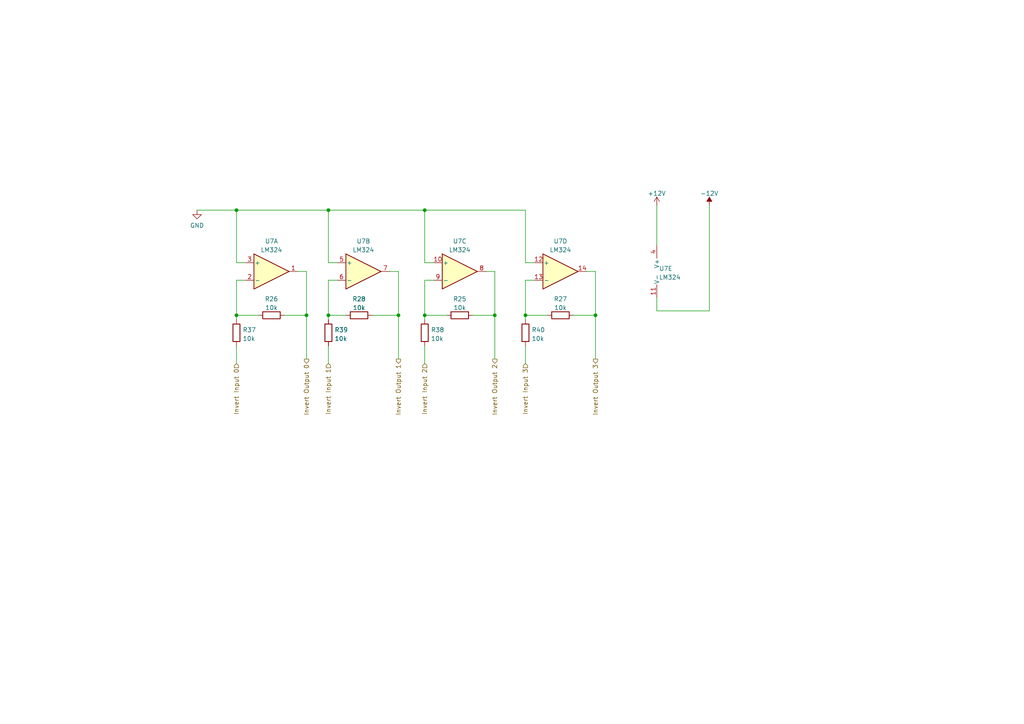
<source format=kicad_sch>
(kicad_sch (version 20230121) (generator eeschema)
  (paper "A4")
  (lib_symbols
    (symbol "Amplifier_Operational:LM324" (pin_names (offset 0.127))
      (property "Reference" "U" (at 0 5.08 0))
      (property "Value" "LM324" (at 0 -5.08 0))
      (symbol "LM324_1_1"
        (polyline (pts (xy -5.08 5.08) (xy 5.08 0) (xy -5.08 -5.08) (xy -5.08 5.08)) (stroke (width 0.254)) (fill (type background)))
        (pin output line (at 7.62 0 180) (length 2.54) (name "~") (number "1"))
        (pin input line (at -7.62 -2.54 0) (length 2.54) (name "-") (number "2"))
        (pin input line (at -7.62 2.54 0) (length 2.54) (name "+") (number "3"))
      )
      (symbol "LM324_2_1"
        (polyline (pts (xy -5.08 5.08) (xy 5.08 0) (xy -5.08 -5.08) (xy -5.08 5.08)) (stroke (width 0.254)) (fill (type background)))
        (pin input line (at -7.62 2.54 0) (length 2.54) (name "+") (number "5"))
        (pin input line (at -7.62 -2.54 0) (length 2.54) (name "-") (number "6"))
        (pin output line (at 7.62 0 180) (length 2.54) (name "~") (number "7"))
      )
      (symbol "LM324_3_1"
        (polyline (pts (xy -5.08 5.08) (xy 5.08 0) (xy -5.08 -5.08) (xy -5.08 5.08)) (stroke (width 0.254)) (fill (type background)))
        (pin input line (at -7.62 2.54 0) (length 2.54) (name "+") (number "10"))
        (pin output line (at 7.62 0 180) (length 2.54) (name "~") (number "8"))
        (pin input line (at -7.62 -2.54 0) (length 2.54) (name "-") (number "9"))
      )
      (symbol "LM324_4_1"
        (polyline (pts (xy -5.08 5.08) (xy 5.08 0) (xy -5.08 -5.08) (xy -5.08 5.08)) (stroke (width 0.254)) (fill (type background)))
        (pin input line (at -7.62 2.54 0) (length 2.54) (name "+") (number "12"))
        (pin input line (at -7.62 -2.54 0) (length 2.54) (name "-") (number "13"))
        (pin output line (at 7.62 0 180) (length 2.54) (name "~") (number "14"))
      )
      (symbol "LM324_5_1"
        (pin power_in line (at -2.54 -7.62 90) (length 3.81) (name "V-") (number "11"))
        (pin power_in line (at -2.54 7.62 270) (length 3.81) (name "V+") (number "4"))
      )
    )
    (symbol "Device:R" (pin_numbers hide) (pin_names (offset 0))
      (property "Reference" "R" (at 2.032 0 90))
      (property "Value" "R" (at 0 0 90))
      (symbol "R_0_1"
        (rectangle (start -1.016 -2.54) (end 1.016 2.54) (stroke (width 0.254)))
      )
      (symbol "R_1_1"
        (pin passive line (at 0 3.81 270) (length 1.27) (name "~") (number "1"))
        (pin passive line (at 0 -3.81 90) (length 1.27) (name "~") (number "2"))
      )
    )
    (symbol "power:+12V" (power) (pin_names (offset 0))
      (property "Value" "+12V" (at 0 3.556 0))
      (symbol "+12V_0_1"
        (polyline (pts (xy -0.762 1.27) (xy 0 2.54)))
        (polyline (pts (xy 0 0) (xy 0 2.54)))
        (polyline (pts (xy 0 2.54) (xy 0.762 1.27)))
      )
      (symbol "+12V_1_1"
        (pin power_in line (at 0 0 90) (length 0) hide (name "+12V") (number "1"))
      )
    )
    (symbol "power:-12V" (power) (pin_names (offset 0))
      (property "Value" "-12V" (at 0 3.81 0))
      (symbol "-12V_0_0"
        (pin power_in line (at 0 0 90) (length 0) hide (name "-12V") (number "1"))
      )
      (symbol "-12V_0_1"
        (polyline (pts (xy 0 0) (xy 0 1.27) (xy 0.762 1.27) (xy 0 2.54) (xy -0.762 1.27) (xy 0 1.27)) (fill (type outline)))
      )
    )
    (symbol "power:GND" (power) (pin_names (offset 0))
      (property "Value" "GND" (at 0 -3.81 0))
      (symbol "GND_0_1"
        (polyline (pts (xy 0 0) (xy 0 -1.27) (xy 1.27 -1.27) (xy 0 -2.54) (xy -1.27 -1.27) (xy 0 -1.27)))
      )
      (symbol "GND_1_1"
        (pin power_in line (at 0 0 270) (length 0) hide (name "GND") (number "1"))
      )
    )
  )
  (junction (at 123.19 91.44))
  (junction (at 68.58 91.44))
  (junction (at 68.58 60.96))
  (junction (at 172.72 91.44))
  (junction (at 95.25 60.96))
  (junction (at 143.51 91.44))
  (junction (at 123.19 60.96))
  (junction (at 115.57 91.44))
  (junction (at 88.9 91.44))
  (junction (at 95.25 91.44))
  (junction (at 152.4 91.44))
  (wire (pts (xy 152.4 91.44) (xy 152.4 92.71)))
  (wire (pts (xy 107.95 91.44) (xy 115.57 91.44)))
  (wire (pts (xy 190.5 86.36) (xy 190.5 90.17)))
  (wire (pts (xy 190.5 59.69) (xy 190.5 71.12)))
  (wire (pts (xy 137.16 91.44) (xy 143.51 91.44)))
  (wire (pts (xy 95.25 91.44) (xy 95.25 92.71)))
  (wire (pts (xy 166.37 91.44) (xy 172.72 91.44)))
  (wire (pts (xy 68.58 81.28) (xy 71.12 81.28)))
  (wire (pts (xy 154.94 81.28) (xy 152.4 81.28)))
  (wire (pts (xy 97.79 81.28) (xy 95.25 81.28)))
  (wire (pts (xy 95.25 60.96) (xy 95.25 76.2)))
  (wire (pts (xy 152.4 91.44) (xy 158.75 91.44)))
  (wire (pts (xy 125.73 81.28) (xy 123.19 81.28)))
  (wire (pts (xy 113.03 78.74) (xy 115.57 78.74)))
  (wire (pts (xy 68.58 91.44) (xy 74.93 91.44)))
  (wire (pts (xy 88.9 91.44) (xy 88.9 104.14)))
  (wire (pts (xy 152.4 76.2) (xy 154.94 76.2)))
  (wire (pts (xy 95.25 81.28) (xy 95.25 91.44)))
  (wire (pts (xy 88.9 91.44) (xy 88.9 78.74)))
  (wire (pts (xy 152.4 60.96) (xy 152.4 76.2)))
  (wire (pts (xy 95.25 100.33) (xy 95.25 105.41)))
  (wire (pts (xy 123.19 81.28) (xy 123.19 91.44)))
  (wire (pts (xy 95.25 60.96) (xy 123.19 60.96)))
  (wire (pts (xy 152.4 81.28) (xy 152.4 91.44)))
  (wire (pts (xy 68.58 100.33) (xy 68.58 105.41)))
  (wire (pts (xy 95.25 76.2) (xy 97.79 76.2)))
  (wire (pts (xy 95.25 91.44) (xy 100.33 91.44)))
  (wire (pts (xy 82.55 91.44) (xy 88.9 91.44)))
  (wire (pts (xy 125.73 76.2) (xy 123.19 76.2)))
  (wire (pts (xy 86.36 78.74) (xy 88.9 78.74)))
  (wire (pts (xy 152.4 100.33) (xy 152.4 105.41)))
  (wire (pts (xy 190.5 90.17) (xy 205.74 90.17)))
  (wire (pts (xy 123.19 60.96) (xy 152.4 60.96)))
  (wire (pts (xy 68.58 60.96) (xy 95.25 60.96)))
  (wire (pts (xy 68.58 92.71) (xy 68.58 91.44)))
  (wire (pts (xy 68.58 76.2) (xy 71.12 76.2)))
  (wire (pts (xy 57.15 60.96) (xy 68.58 60.96)))
  (wire (pts (xy 172.72 91.44) (xy 172.72 78.74)))
  (wire (pts (xy 172.72 91.44) (xy 172.72 104.14)))
  (wire (pts (xy 115.57 78.74) (xy 115.57 91.44)))
  (wire (pts (xy 123.19 100.33) (xy 123.19 105.41)))
  (wire (pts (xy 172.72 78.74) (xy 170.18 78.74)))
  (wire (pts (xy 123.19 91.44) (xy 123.19 92.71)))
  (wire (pts (xy 205.74 59.69) (xy 205.74 90.17)))
  (wire (pts (xy 68.58 91.44) (xy 68.58 81.28)))
  (wire (pts (xy 143.51 78.74) (xy 143.51 91.44)))
  (wire (pts (xy 123.19 91.44) (xy 129.54 91.44)))
  (wire (pts (xy 68.58 60.96) (xy 68.58 76.2)))
  (wire (pts (xy 123.19 76.2) (xy 123.19 60.96)))
  (wire (pts (xy 140.97 78.74) (xy 143.51 78.74)))
  (wire (pts (xy 143.51 91.44) (xy 143.51 104.14)))
  (wire (pts (xy 115.57 91.44) (xy 115.57 104.14)))
  (hierarchical_label "Invert Input 3" (shape input) (at 152.4 105.41 270))
  (hierarchical_label "Invert Output 2" (shape output) (at 143.51 104.14 270))
  (hierarchical_label "Invert Input 1" (shape input) (at 95.25 105.41 270))
  (hierarchical_label "Invert Output 0" (shape output) (at 88.9 104.14 270))
  (hierarchical_label "Invert Input 0" (shape input) (at 68.58 105.41 270))
  (hierarchical_label "Invert Output 3" (shape output) (at 172.72 104.14 270))
  (hierarchical_label "Invert Input 2" (shape input) (at 123.19 105.41 270))
  (hierarchical_label "Invert Output 1" (shape output) (at 115.57 104.14 270))
  (symbol (lib_id "power:-12V") (at 205.74 59.69 0) (unit 1)
    (property "Reference" "#PWR020" (effects hide))
    (property "Value" "-12V" (at 205.74 56.1142 0))
    (instances (project "AnalogComputer" (path "" (reference "#PWR020") (unit 1)) (path "" (reference "#PWR023") (unit 1)) (path "" (reference "#PWR026") (unit 1))))
  )
  (symbol (lib_id "Amplifier_Operational:LM324") (at 193.04 78.74 0) (unit 5)
    (property "Reference" "U7" (at 191.135 77.9053 0) (effects (justify left)))
    (property "Value" "LM324" (at 191.135 80.4422 0) (effects (justify left)))
    (property "Footprint" "Package_DIP:DIP-14_W7.62mm_Socket" (effects hide))
    (property "Datasheet" "http://www.ti.com/lit/ds/symlink/lm2902-n.pdf" (effects hide))
    (instances (project "AnalogComputer" (path "" (reference "U7") (unit 5)) (path "" (reference "U8") (unit 5)) (path "" (reference "U9") (unit 5))))
  )
  (symbol (lib_id "Amplifier_Operational:LM324") (at 78.74 78.74 0) (unit 1)
    (property "Reference" "U7" (at 78.74 69.9602 0))
    (property "Value" "LM324" (at 78.74 72.4971 0))
    (property "Footprint" "Package_DIP:DIP-14_W7.62mm_Socket" (effects hide))
    (property "Datasheet" "http://www.ti.com/lit/ds/symlink/lm2902-n.pdf" (effects hide))
    (instances (project "AnalogComputer" (path "" (reference "U7") (unit 1)) (path "" (reference "U8") (unit 1)) (path "" (reference "U9") (unit 1))))
  )
  (symbol (lib_id "Device:R") (at 68.58 96.52 0) (unit 1)
    (property "Reference" "R37" (at 70.358 95.6853 0) (effects (justify left)))
    (property "Value" "10k" (at 70.358 98.2222 0) (effects (justify left)))
    (property "Footprint" "Resistor_THT:R_Axial_DIN0204_L3.6mm_D1.6mm_P2.54mm_Vertical" (effects hide))
    (instances (project "AnalogComputer" (path "" (reference "R37") (unit 1)) (path "" (reference "R45") (unit 1)) (path "" (reference "R47") (unit 1))))
  )
  (symbol (lib_id "Amplifier_Operational:LM324") (at 133.35 78.74 0) (unit 3)
    (property "Reference" "U7" (at 133.35 69.9602 0))
    (property "Value" "LM324" (at 133.35 72.4971 0))
    (property "Footprint" "Package_DIP:DIP-14_W7.62mm_Socket" (effects hide))
    (property "Datasheet" "http://www.ti.com/lit/ds/symlink/lm2902-n.pdf" (effects hide))
    (instances (project "AnalogComputer" (path "" (reference "U7") (unit 3)) (path "" (reference "U8") (unit 3)) (path "" (reference "U9") (unit 3))))
  )
  (symbol (lib_id "power:GND") (at 57.15 60.96 0) (unit 1)
    (property "Reference" "#PWR021" (effects hide))
    (property "Value" "GND" (at 57.15 65.4034 0))
    (instances (project "AnalogComputer" (path "" (reference "#PWR021") (unit 1)) (path "" (reference "#PWR024") (unit 1)) (path "" (reference "#PWR027") (unit 1))))
  )
  (symbol (lib_id "Amplifier_Operational:LM324") (at 162.56 78.74 0) (unit 4)
    (property "Reference" "U7" (at 162.56 69.9602 0))
    (property "Value" "LM324" (at 162.56 72.4971 0))
    (property "Footprint" "Package_DIP:DIP-14_W7.62mm_Socket" (effects hide))
    (property "Datasheet" "http://www.ti.com/lit/ds/symlink/lm2902-n.pdf" (effects hide))
    (instances (project "AnalogComputer" (path "" (reference "U7") (unit 4)) (path "" (reference "U8") (unit 4)) (path "" (reference "U9") (unit 4))))
  )
  (symbol (lib_id "Device:R") (at 123.19 96.52 0) (unit 1)
    (property "Reference" "R38" (at 124.968 95.6853 0) (effects (justify left)))
    (property "Value" "10k" (at 124.968 98.2222 0) (effects (justify left)))
    (property "Footprint" "Resistor_THT:R_Axial_DIN0204_L3.6mm_D1.6mm_P2.54mm_Vertical" (effects hide))
    (instances (project "AnalogComputer" (path "" (reference "R38") (unit 1)) (path "" (reference "R43") (unit 1)) (path "" (reference "R46") (unit 1))))
  )
  (symbol (lib_id "power:+12V") (at 190.5 59.69 0) (unit 1)
    (property "Reference" "#PWR019" (effects hide))
    (property "Value" "+12V" (at 190.5 56.1142 0))
    (instances (project "AnalogComputer" (path "" (reference "#PWR019") (unit 1)) (path "" (reference "#PWR022") (unit 1)) (path "" (reference "#PWR025") (unit 1))))
  )
  (symbol (lib_id "Device:R") (at 162.56 91.44 90) (unit 1)
    (property "Reference" "R27" (at 162.56 86.7242 90))
    (property "Value" "10k" (at 162.56 89.2611 90))
    (property "Footprint" "Resistor_THT:R_Axial_DIN0204_L3.6mm_D1.6mm_P2.54mm_Vertical" (effects hide))
    (instances (project "AnalogComputer" (path "" (reference "R27") (unit 1)) (path "" (reference "R34") (unit 1)) (path "" (reference "R36") (unit 1))))
  )
  (symbol (lib_id "Device:R") (at 152.4 96.52 0) (unit 1)
    (property "Reference" "R40" (at 154.178 95.6853 0) (effects (justify left)))
    (property "Value" "10k" (at 154.178 98.2222 0) (effects (justify left)))
    (property "Footprint" "Resistor_THT:R_Axial_DIN0204_L3.6mm_D1.6mm_P2.54mm_Vertical" (effects hide))
    (instances (project "AnalogComputer" (path "" (reference "R40") (unit 1)) (path "" (reference "R41") (unit 1)) (path "" (reference "R42") (unit 1))))
  )
  (symbol (lib_id "Device:R") (at 95.25 96.52 0) (unit 1)
    (property "Reference" "R39" (at 97.028 95.6853 0) (effects (justify left)))
    (property "Value" "10k" (at 97.028 98.2222 0) (effects (justify left)))
    (property "Footprint" "Resistor_THT:R_Axial_DIN0204_L3.6mm_D1.6mm_P2.54mm_Vertical" (effects hide))
    (instances (project "AnalogComputer" (path "" (reference "R39") (unit 1)) (path "" (reference "R44") (unit 1)) (path "" (reference "R48") (unit 1))))
  )
  (symbol (lib_id "Amplifier_Operational:LM324") (at 105.41 78.74 0) (unit 2)
    (property "Reference" "U7" (at 105.41 69.9602 0))
    (property "Value" "LM324" (at 105.41 72.4971 0))
    (property "Footprint" "Package_DIP:DIP-14_W7.62mm_Socket" (effects hide))
    (property "Datasheet" "http://www.ti.com/lit/ds/symlink/lm2902-n.pdf" (effects hide))
    (instances (project "AnalogComputer" (path "" (reference "U7") (unit 2)) (path "" (reference "U8") (unit 2)) (path "" (reference "U9") (unit 2))))
  )
  (symbol (lib_id "Device:R") (at 133.35 91.44 90) (unit 1)
    (property "Reference" "R25" (at 133.35 86.7242 90))
    (property "Value" "10k" (at 133.35 89.2611 90))
    (property "Footprint" "Resistor_THT:R_Axial_DIN0204_L3.6mm_D1.6mm_P2.54mm_Vertical" (effects hide))
    (instances (project "AnalogComputer" (path "" (reference "R25") (unit 1)) (path "" (reference "R33") (unit 1)) (path "" (reference "R35") (unit 1))))
  )
  (symbol (lib_id "Device:R") (at 104.14 91.44 90) (unit 1)
    (property "Reference" "R28" (at 104.14 86.7242 90))
    (property "Value" "10k" (at 104.14 89.2611 90))
    (property "Footprint" "Resistor_THT:R_Axial_DIN0204_L3.6mm_D1.6mm_P2.54mm_Vertical" (effects hide))
    (instances (project "AnalogComputer" (path "" (reference "R28") (unit 1)) (path "" (reference "R32") (unit 1)) (path "" (reference "R29") (unit 1))))
  )
  (symbol (lib_id "Device:R") (at 78.74 91.44 90) (unit 1)
    (property "Reference" "R26" (at 78.74 86.7242 90))
    (property "Value" "10k" (at 78.74 89.2611 90))
    (property "Footprint" "Resistor_THT:R_Axial_DIN0204_L3.6mm_D1.6mm_P2.54mm_Vertical" (effects hide))
    (instances (project "AnalogComputer" (path "" (reference "R26") (unit 1)) (path "" (reference "R30") (unit 1)) (path "" (reference "R31") (unit 1))))
  )
)
</source>
